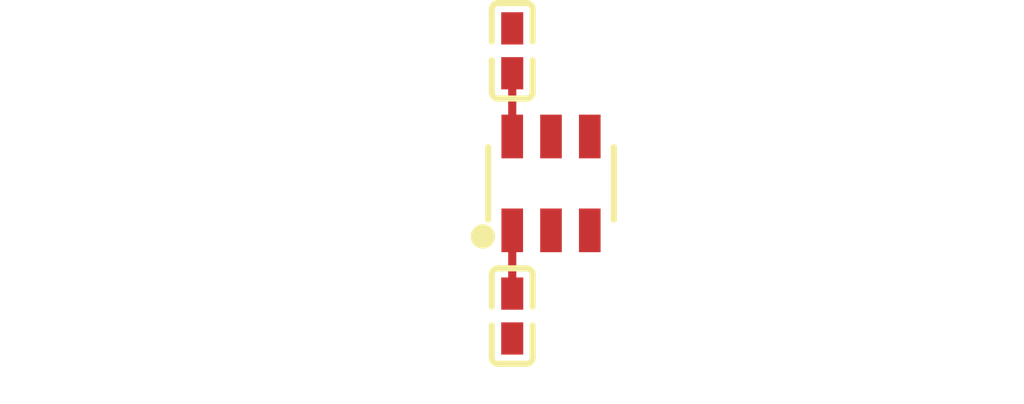
<source format=kicad_pcb>
(kicad_pcb (version 20241229) (generator "pcbnew") (generator_version "9.0")
  (layers (0 "F.Cu" signal) (2 "B.Cu" signal) (13 "F.Paste" user) (15 "B.Paste" user) (5 "F.SilkS" user "F.Silkscreen") (7 "B.SilkS" user "B.Silkscreen") (1 "F.Mask" user) (3 "B.Mask" user) (25 "Edge.Cuts" user))
  (net 0 "")
  (net 1 "hv-1")
  (net 2 "hv")
  (net 3 "gnd")
  (net 4 "buffer-line")
  (net 5 "buffer-line-1")
  (net 6 "buffer-line-2")
  (footprint "Wuxi_I_core_Elec_AiP74LVC1T45GB236_TR:SOT-23-6_L2.9-W1.6-P0.95-LS2.8-BL" (layer "F.Cu") (at 0 0 0)
    (property "Reference" "U1" (hide yes))
    (property "Value" "")
    (fp_line (start 1.54 0.89) (end 1.54 -0.89) (stroke (width 0.15)) (layer "F.SilkS"))
    (fp_line (start -1.54 0.89) (end -1.54 -0.89) (stroke (width 0.15)) (layer "F.SilkS"))
    (fp_circle (center -1.67 1.3) (end -1.52 1.3) (stroke (width 0.3)) (fill no) (layer "F.SilkS"))
    (pad "1" smd rect (at -0.95 1.15 0) (size 0.53 1.07) (layers "F.Cu" "F.Paste" "F.Mask") (net 2 "hv"))
    (pad "2" smd rect (at 0 1.15 0) (size 0.53 1.07) (layers "F.Cu" "F.Paste" "F.Mask") (net 3 "gnd"))
    (pad "3" smd rect (at 0.95 1.15 0) (size 0.53 1.07) (layers "F.Cu" "F.Paste" "F.Mask") (net 6 "buffer-line-2"))
    (pad "4" smd rect (at 0.95 -1.15 0) (size 0.53 1.07) (layers "F.Cu" "F.Paste" "F.Mask") (net 5 "buffer-line-1"))
    (pad "5" smd rect (at 0 -1.15 0) (size 0.53 1.07) (layers "F.Cu" "F.Paste" "F.Mask") (net 4 "buffer-line"))
    (pad "6" smd rect (at -0.95 -1.15 0) (size 0.53 1.07) (layers "F.Cu" "F.Paste" "F.Mask") (net 1 "hv-1"))
  )
  (footprint "Samsung_Electro_Mechanics_CL05B104KO5NNNC:C0402" (layer "F.Cu") (at -0.95 -3.25 90)
    (property "Reference" "C2" (hide yes))
    (property "Value" "100nF ±10% 16V X7R")
    (fp_line (start 1.02 -0.5) (end 0.23 -0.5) (stroke (width 0.15)) (layer "F.SilkS"))
    (fp_line (start 0.23 0.5) (end 1.02 0.5) (stroke (width 0.15)) (layer "F.SilkS"))
    (fp_line (start 1.17 0.35) (end 1.17 -0.35) (stroke (width 0.15)) (layer "F.SilkS"))
    (fp_line (start -1.02 -0.5) (end -0.23 -0.5) (stroke (width 0.15)) (layer "F.SilkS"))
    (fp_line (start -0.23 0.5) (end -1.02 0.5) (stroke (width 0.15)) (layer "F.SilkS"))
    (fp_line (start -1.17 0.35) (end -1.17 -0.35) (stroke (width 0.15)) (layer "F.SilkS"))
    (fp_arc (start 1.17 0.35) (mid 1.1260660171779822 0.456066017177982) (end 1.02 0.4999999999999999) (stroke (width 0.15)) (layer "F.SilkS"))
    (fp_arc (start 1.02 -0.5) (mid 1.1260660171779822 -0.4560660171779821) (end 1.17 -0.35) (stroke (width 0.15)) (layer "F.SilkS"))
    (fp_arc (start -1.17 0.35) (mid -1.1260660171779822 0.456066017177982) (end -1.02 0.4999999999999999) (stroke (width 0.15)) (layer "F.SilkS"))
    (fp_arc (start -1.02 -0.5) (mid -1.1260660171779822 -0.4560660171779821) (end -1.17 -0.35) (stroke (width 0.15)) (layer "F.SilkS"))
    (pad "2" smd rect (at 0.55 0 90) (size 0.79 0.54) (layers "F.Cu" "F.Paste" "F.Mask") (net 3 "gnd"))
    (pad "1" smd rect (at -0.55 0 90) (size 0.79 0.54) (layers "F.Cu" "F.Paste" "F.Mask") (net 1 "hv-1"))
  )
  (footprint "Samsung_Electro_Mechanics_CL05B104KO5NNNC:C0402" (layer "F.Cu") (at -0.95 3.25 -90)
    (property "Reference" "C1" (hide yes))
    (property "Value" "100nF ±10% 16V X7R")
    (fp_line (start 1.02 -0.5) (end 0.23 -0.5) (stroke (width 0.15)) (layer "F.SilkS"))
    (fp_line (start 0.23 0.5) (end 1.02 0.5) (stroke (width 0.15)) (layer "F.SilkS"))
    (fp_line (start 1.17 0.35) (end 1.17 -0.35) (stroke (width 0.15)) (layer "F.SilkS"))
    (fp_line (start -1.02 -0.5) (end -0.23 -0.5) (stroke (width 0.15)) (layer "F.SilkS"))
    (fp_line (start -0.23 0.5) (end -1.02 0.5) (stroke (width 0.15)) (layer "F.SilkS"))
    (fp_line (start -1.17 0.35) (end -1.17 -0.35) (stroke (width 0.15)) (layer "F.SilkS"))
    (fp_arc (start 1.17 0.35) (mid 1.1260660171779822 0.456066017177982) (end 1.02 0.4999999999999999) (stroke (width 0.15)) (layer "F.SilkS"))
    (fp_arc (start 1.02 -0.5) (mid 1.1260660171779822 -0.4560660171779821) (end 1.17 -0.35) (stroke (width 0.15)) (layer "F.SilkS"))
    (fp_arc (start -1.17 0.35) (mid -1.1260660171779822 0.456066017177982) (end -1.02 0.4999999999999999) (stroke (width 0.15)) (layer "F.SilkS"))
    (fp_arc (start -1.02 -0.5) (mid -1.1260660171779822 -0.4560660171779821) (end -1.17 -0.35) (stroke (width 0.15)) (layer "F.SilkS"))
    (pad "2" smd rect (at 0.55 0 -90) (size 0.79 0.54) (layers "F.Cu" "F.Paste" "F.Mask") (net 3 "gnd"))
    (pad "1" smd rect (at -0.55 0 -90) (size 0.79 0.54) (layers "F.Cu" "F.Paste" "F.Mask") (net 2 "hv"))
  )
  (segment (start -0.95 -1.15) (end -0.95 -2.7) (width 0.2) (net 1) (layer "F.Cu"))
  (segment (start -0.95 2.7) (end -0.95 1.15) (width 0.2) (net 2) (layer "F.Cu"))
)
</source>
